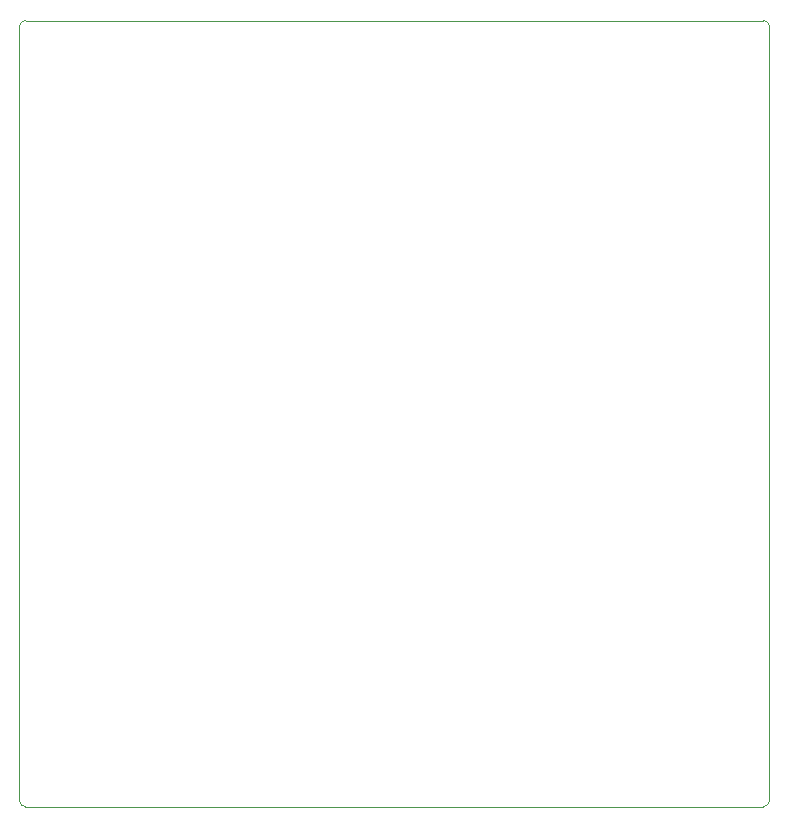
<source format=gbr>
%TF.GenerationSoftware,KiCad,Pcbnew,(6.0.1-0)*%
%TF.CreationDate,2023-01-20T10:08:17-08:00*%
%TF.ProjectId,ESC Daughterboard,45534320-4461-4756-9768-746572626f61,rev?*%
%TF.SameCoordinates,Original*%
%TF.FileFunction,Profile,NP*%
%FSLAX46Y46*%
G04 Gerber Fmt 4.6, Leading zero omitted, Abs format (unit mm)*
G04 Created by KiCad (PCBNEW (6.0.1-0)) date 2023-01-20 10:08:17*
%MOMM*%
%LPD*%
G01*
G04 APERTURE LIST*
%TA.AperFunction,Profile*%
%ADD10C,0.100000*%
%TD*%
G04 APERTURE END LIST*
D10*
X173000000Y-59680000D02*
G75*
G03*
X172490000Y-59190000I-494242J-4007D01*
G01*
X172470000Y-125750001D02*
G75*
G03*
X173001482Y-125241565I17537J513673D01*
G01*
X109498983Y-125217265D02*
G75*
G03*
X110035000Y-125754236I525691J-11260D01*
G01*
X110021971Y-59190000D02*
G75*
G03*
X109500000Y-59698447I-2999J-519072D01*
G01*
X172500000Y-59190545D02*
X110021971Y-59190000D01*
X173001482Y-125241565D02*
X173000000Y-59660000D01*
X109500000Y-59698447D02*
X109498982Y-125217265D01*
X109994570Y-125750000D02*
X172490000Y-125750000D01*
M02*

</source>
